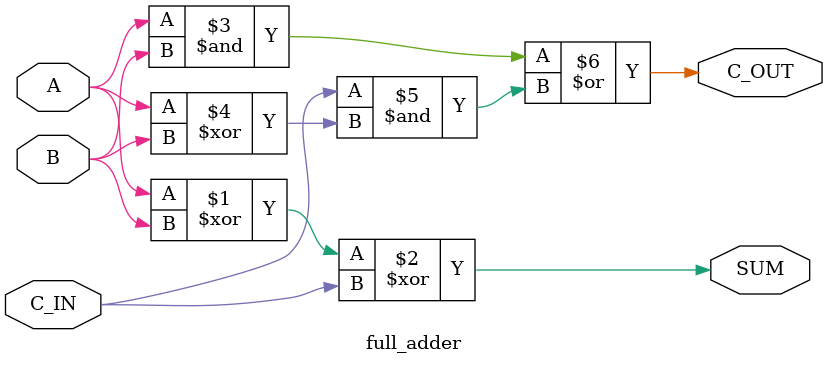
<source format=v>
module full_adder (
    input A, B, C_IN,
    output SUM, C_OUT
);
    assign SUM = A ^ B ^ C_IN;
    assign C_OUT = (A & B) | C_IN&(A^B);
endmodule

</source>
